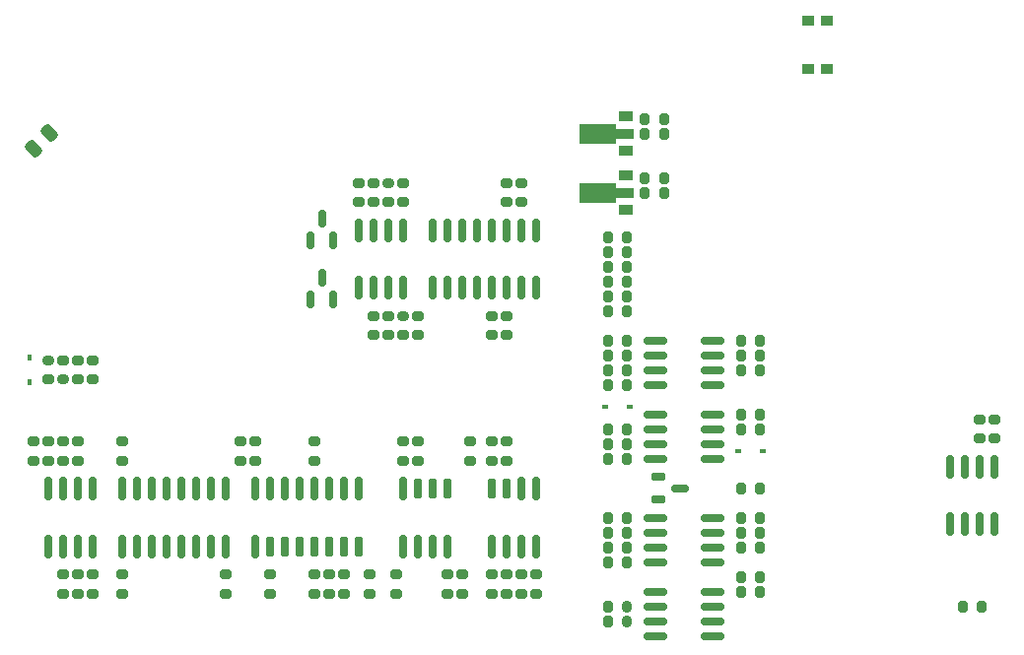
<source format=gbr>
%TF.GenerationSoftware,KiCad,Pcbnew,(6.0.0)*%
%TF.CreationDate,2022-07-12T00:59:49+05:30*%
%TF.ProjectId,Multislope 3I,4d756c74-6973-46c6-9f70-652033492e6b,rev?*%
%TF.SameCoordinates,Original*%
%TF.FileFunction,Paste,Top*%
%TF.FilePolarity,Positive*%
%FSLAX46Y46*%
G04 Gerber Fmt 4.6, Leading zero omitted, Abs format (unit mm)*
G04 Created by KiCad (PCBNEW (6.0.0)) date 2022-07-12 00:59:49*
%MOMM*%
%LPD*%
G01*
G04 APERTURE LIST*
G04 Aperture macros list*
%AMRoundRect*
0 Rectangle with rounded corners*
0 $1 Rounding radius*
0 $2 $3 $4 $5 $6 $7 $8 $9 X,Y pos of 4 corners*
0 Add a 4 corners polygon primitive as box body*
4,1,4,$2,$3,$4,$5,$6,$7,$8,$9,$2,$3,0*
0 Add four circle primitives for the rounded corners*
1,1,$1+$1,$2,$3*
1,1,$1+$1,$4,$5*
1,1,$1+$1,$6,$7*
1,1,$1+$1,$8,$9*
0 Add four rect primitives between the rounded corners*
20,1,$1+$1,$2,$3,$4,$5,0*
20,1,$1+$1,$4,$5,$6,$7,0*
20,1,$1+$1,$6,$7,$8,$9,0*
20,1,$1+$1,$8,$9,$2,$3,0*%
%AMFreePoly0*
4,1,9,3.862500,-0.866500,0.737500,-0.866500,0.737500,-0.450000,-0.737500,-0.450000,-0.737500,0.450000,0.737500,0.450000,0.737500,0.866500,3.862500,0.866500,3.862500,-0.866500,3.862500,-0.866500,$1*%
G04 Aperture macros list end*
%ADD10RoundRect,0.200000X0.275000X-0.200000X0.275000X0.200000X-0.275000X0.200000X-0.275000X-0.200000X0*%
%ADD11R,0.450000X0.600000*%
%ADD12RoundRect,0.200000X0.200000X0.275000X-0.200000X0.275000X-0.200000X-0.275000X0.200000X-0.275000X0*%
%ADD13RoundRect,0.200000X0.275000X0.200000X-0.275000X0.200000X-0.275000X-0.200000X0.275000X-0.200000X0*%
%ADD14RoundRect,0.251969X0.223031X0.148031X-0.223031X0.148031X-0.223031X-0.148031X0.223031X-0.148031X0*%
%ADD15RoundRect,0.200000X-0.200000X-0.275000X0.200000X-0.275000X0.200000X0.275000X-0.200000X0.275000X0*%
%ADD16RoundRect,0.150000X0.150000X-0.825000X0.150000X0.825000X-0.150000X0.825000X-0.150000X-0.825000X0*%
%ADD17RoundRect,0.200000X-0.275000X0.200000X-0.275000X-0.200000X0.275000X-0.200000X0.275000X0.200000X0*%
%ADD18RoundRect,0.200000X-0.200000X0.275000X-0.200000X-0.275000X0.200000X-0.275000X0.200000X0.275000X0*%
%ADD19RoundRect,0.251969X-0.148031X0.223031X-0.148031X-0.223031X0.148031X-0.223031X0.148031X0.223031X0*%
%ADD20RoundRect,0.200000X-0.275000X-0.200000X0.275000X-0.200000X0.275000X0.200000X-0.275000X0.200000X0*%
%ADD21RoundRect,0.251969X-0.223031X-0.148031X0.223031X-0.148031X0.223031X0.148031X-0.223031X0.148031X0*%
%ADD22RoundRect,0.150000X0.150000X-0.725000X0.150000X0.725000X-0.150000X0.725000X-0.150000X-0.725000X0*%
%ADD23R,0.600000X0.450000*%
%ADD24RoundRect,0.150000X-0.150000X0.825000X-0.150000X-0.825000X0.150000X-0.825000X0.150000X0.825000X0*%
%ADD25RoundRect,0.150000X-0.150000X0.725000X-0.150000X-0.725000X0.150000X-0.725000X0.150000X0.725000X0*%
%ADD26RoundRect,0.250000X-0.159099X0.512652X-0.512652X0.159099X0.159099X-0.512652X0.512652X-0.159099X0*%
%ADD27R,1.000000X0.900000*%
%ADD28RoundRect,0.150000X0.150000X-0.587500X0.150000X0.587500X-0.150000X0.587500X-0.150000X-0.587500X0*%
%ADD29RoundRect,0.150000X-0.825000X-0.150000X0.825000X-0.150000X0.825000X0.150000X-0.825000X0.150000X0*%
%ADD30R,1.300000X0.900000*%
%ADD31FreePoly0,180.000000*%
%ADD32RoundRect,0.150000X-0.475000X-0.150000X0.475000X-0.150000X0.475000X0.150000X-0.475000X0.150000X0*%
%ADD33RoundRect,0.150000X-0.587500X-0.150000X0.587500X-0.150000X0.587500X0.150000X-0.587500X0.150000X0*%
G04 APERTURE END LIST*
D10*
%TO.C,R43*%
X97155000Y-106235000D03*
X97155000Y-104585000D03*
%TD*%
D11*
%TO.C,D3*%
X96837500Y-97375000D03*
X96837500Y-99475000D03*
%TD*%
D12*
%TO.C,C26*%
X178625000Y-118745000D03*
X176975000Y-118745000D03*
%TD*%
D13*
%TO.C,R7*%
X99695000Y-97600000D03*
D14*
X99695000Y-99250000D03*
%TD*%
D12*
%TO.C,R47*%
X159575000Y-113665000D03*
X157925000Y-113665000D03*
%TD*%
D15*
%TO.C,R29*%
X146495000Y-93345000D03*
X148145000Y-93345000D03*
%TD*%
D16*
%TO.C,RN1*%
X104775000Y-113600000D03*
X106045000Y-113600000D03*
X107315000Y-113600000D03*
X108585000Y-113600000D03*
X109855000Y-113600000D03*
X111125000Y-113600000D03*
X112395000Y-113600000D03*
X113665000Y-113600000D03*
X113665000Y-108650000D03*
X112395000Y-108650000D03*
X111125000Y-108650000D03*
X109855000Y-108650000D03*
X108585000Y-108650000D03*
X107315000Y-108650000D03*
X106045000Y-108650000D03*
X104775000Y-108650000D03*
%TD*%
D10*
%TO.C,C5*%
X139065000Y-117665000D03*
X139065000Y-116015000D03*
%TD*%
D15*
%TO.C,R38*%
X146495000Y-104775000D03*
X148145000Y-104775000D03*
%TD*%
D17*
%TO.C,R21*%
X126365000Y-82360000D03*
X126365000Y-84010000D03*
%TD*%
D12*
%TO.C,C21*%
X148145000Y-114935000D03*
X146495000Y-114935000D03*
%TD*%
D17*
%TO.C,R24*%
X127635000Y-93790000D03*
X127635000Y-95440000D03*
%TD*%
%TO.C,C1*%
X98425000Y-104585000D03*
X98425000Y-106235000D03*
%TD*%
D18*
%TO.C,R41*%
X146495000Y-118745000D03*
D19*
X148145000Y-118745000D03*
%TD*%
D10*
%TO.C,R22*%
X125095000Y-84010000D03*
X125095000Y-82360000D03*
%TD*%
D15*
%TO.C,R34*%
X146495000Y-95885000D03*
X148145000Y-95885000D03*
%TD*%
D17*
%TO.C,R4*%
X113665000Y-116015000D03*
X113665000Y-117665000D03*
%TD*%
D15*
%TO.C,R44*%
X146495000Y-112395000D03*
X148145000Y-112395000D03*
%TD*%
D17*
%TO.C,R12*%
X140335000Y-116015000D03*
X140335000Y-117665000D03*
%TD*%
%TO.C,FB4*%
X117475000Y-116015000D03*
X117475000Y-117665000D03*
%TD*%
%TO.C,R16*%
X126047500Y-116015000D03*
X126047500Y-117665000D03*
%TD*%
%TO.C,C17*%
X130175000Y-93790000D03*
X130175000Y-95440000D03*
%TD*%
%TO.C,R17*%
X137795000Y-116015000D03*
X137795000Y-117665000D03*
%TD*%
D10*
%TO.C,R2*%
X99695000Y-106235000D03*
X99695000Y-104585000D03*
%TD*%
D12*
%TO.C,C14*%
X159575000Y-95885000D03*
X157925000Y-95885000D03*
%TD*%
D10*
%TO.C,C12*%
X137795000Y-84010000D03*
X137795000Y-82360000D03*
%TD*%
D20*
%TO.C,R20*%
X128905000Y-95440000D03*
D21*
X128905000Y-93790000D03*
%TD*%
D10*
%TO.C,C11*%
X136525000Y-95440000D03*
X136525000Y-93790000D03*
%TD*%
D16*
%TO.C,U3*%
X116205000Y-113600000D03*
D22*
X117475000Y-113600000D03*
X118745000Y-113600000D03*
X120015000Y-113600000D03*
X121285000Y-113600000D03*
X122555000Y-113600000D03*
X123825000Y-113600000D03*
X125095000Y-113600000D03*
D16*
X125095000Y-108650000D03*
X123825000Y-108650000D03*
X122555000Y-108650000D03*
X121285000Y-108650000D03*
X120015000Y-108650000D03*
X118745000Y-108650000D03*
X117475000Y-108650000D03*
X116205000Y-108650000D03*
%TD*%
D17*
%TO.C,R8*%
X100965000Y-104585000D03*
X100965000Y-106235000D03*
%TD*%
%TO.C,C4*%
X102235000Y-116015000D03*
X102235000Y-117665000D03*
%TD*%
%TO.C,C7*%
X130175000Y-104585000D03*
X130175000Y-106235000D03*
%TD*%
%TO.C,R26*%
X139065000Y-82360000D03*
X139065000Y-84010000D03*
%TD*%
D15*
%TO.C,R28*%
X146495000Y-92075000D03*
X148145000Y-92075000D03*
%TD*%
%TO.C,R31*%
X146495000Y-89535000D03*
X148145000Y-89535000D03*
%TD*%
%TO.C,R30*%
X146495000Y-86995000D03*
X148145000Y-86995000D03*
%TD*%
D10*
%TO.C,R5*%
X100965000Y-99250000D03*
X100965000Y-97600000D03*
%TD*%
D23*
%TO.C,D2*%
X157700000Y-105410000D03*
X159800000Y-105410000D03*
%TD*%
D17*
%TO.C,FB2*%
X121285000Y-116015000D03*
X121285000Y-117665000D03*
%TD*%
D24*
%TO.C,U4*%
X140335000Y-108650000D03*
X139065000Y-108650000D03*
D25*
X137795000Y-108650000D03*
X136525000Y-108650000D03*
D24*
X136525000Y-113600000D03*
X137795000Y-113600000D03*
X139065000Y-113600000D03*
X140335000Y-113600000D03*
%TD*%
D17*
%TO.C,C25*%
X179705000Y-102680000D03*
X179705000Y-104330000D03*
%TD*%
D26*
%TO.C,C24*%
X98461751Y-78068249D03*
X97118249Y-79411751D03*
%TD*%
D17*
%TO.C,C8*%
X132715000Y-116015000D03*
X132715000Y-117665000D03*
%TD*%
D27*
%TO.C,SW1*%
X163665000Y-68435000D03*
X163665000Y-72535000D03*
X165265000Y-68435000D03*
X165265000Y-72535000D03*
%TD*%
D10*
%TO.C,C6*%
X136525000Y-106235000D03*
X136525000Y-104585000D03*
%TD*%
D12*
%TO.C,C20*%
X159575000Y-112395000D03*
X157925000Y-112395000D03*
%TD*%
D15*
%TO.C,R36*%
X146495000Y-103505000D03*
X148145000Y-103505000D03*
%TD*%
D17*
%TO.C,R13*%
X137795000Y-104585000D03*
X137795000Y-106235000D03*
%TD*%
D15*
%TO.C,R9*%
X157925000Y-97155000D03*
X159575000Y-97155000D03*
%TD*%
D28*
%TO.C,U7*%
X120970000Y-87297500D03*
X122870000Y-87297500D03*
X121920000Y-85422500D03*
%TD*%
D16*
%TO.C,U6*%
X125095000Y-91375000D03*
X126365000Y-91375000D03*
X127635000Y-91375000D03*
X128905000Y-91375000D03*
X128905000Y-86425000D03*
X127635000Y-86425000D03*
X126365000Y-86425000D03*
X125095000Y-86425000D03*
%TD*%
D17*
%TO.C,C13*%
X116205000Y-104585000D03*
X116205000Y-106235000D03*
%TD*%
D10*
%TO.C,R49*%
X178435000Y-104330000D03*
X178435000Y-102680000D03*
%TD*%
D15*
%TO.C,R37*%
X157925000Y-102235000D03*
X159575000Y-102235000D03*
%TD*%
D24*
%TO.C,U9*%
X140335000Y-86425000D03*
X139065000Y-86425000D03*
X137795000Y-86425000D03*
X136525000Y-86425000D03*
X135255000Y-86425000D03*
X133985000Y-86425000D03*
X132715000Y-86425000D03*
X131445000Y-86425000D03*
X131445000Y-91375000D03*
X132715000Y-91375000D03*
X133985000Y-91375000D03*
X135255000Y-91375000D03*
X136525000Y-91375000D03*
X137795000Y-91375000D03*
X139065000Y-91375000D03*
X140335000Y-91375000D03*
%TD*%
D15*
%TO.C,R40*%
X146495000Y-113665000D03*
X148145000Y-113665000D03*
%TD*%
%TO.C,R39*%
X157925000Y-111125000D03*
X159575000Y-111125000D03*
%TD*%
%TO.C,R32*%
X146495000Y-88265000D03*
X148145000Y-88265000D03*
%TD*%
%TO.C,R45*%
X146495000Y-111125000D03*
X148145000Y-111125000D03*
%TD*%
D29*
%TO.C,U15*%
X150560000Y-117475000D03*
X150560000Y-118745000D03*
X150560000Y-120015000D03*
X150560000Y-121285000D03*
X155510000Y-121285000D03*
X155510000Y-120015000D03*
X155510000Y-118745000D03*
X155510000Y-117475000D03*
%TD*%
D10*
%TO.C,C2*%
X102235000Y-99250000D03*
X102235000Y-97600000D03*
%TD*%
%TO.C,R18*%
X136525000Y-117665000D03*
X136525000Y-116015000D03*
%TD*%
D18*
%TO.C,R42*%
X146495000Y-120015000D03*
D19*
X148145000Y-120015000D03*
%TD*%
D15*
%TO.C,C22*%
X149670000Y-78105000D03*
X151320000Y-78105000D03*
%TD*%
D10*
%TO.C,R15*%
X133985000Y-117665000D03*
X133985000Y-116015000D03*
%TD*%
D29*
%TO.C,U10*%
X150560000Y-95885000D03*
X150560000Y-97155000D03*
X150560000Y-98425000D03*
X150560000Y-99695000D03*
X155510000Y-99695000D03*
X155510000Y-98425000D03*
X155510000Y-97155000D03*
X155510000Y-95885000D03*
%TD*%
D10*
%TO.C,R11*%
X100965000Y-117665000D03*
X100965000Y-116015000D03*
%TD*%
D16*
%TO.C,U5*%
X128905000Y-113600000D03*
X130175000Y-113600000D03*
X131445000Y-113600000D03*
X132715000Y-113600000D03*
D22*
X132715000Y-108650000D03*
X131445000Y-108650000D03*
X130175000Y-108650000D03*
D16*
X128905000Y-108650000D03*
%TD*%
D17*
%TO.C,C16*%
X128905000Y-82360000D03*
X128905000Y-84010000D03*
%TD*%
D15*
%TO.C,R10*%
X146495000Y-98425000D03*
X148145000Y-98425000D03*
%TD*%
D16*
%TO.C,U1*%
X98425000Y-113600000D03*
X99695000Y-113600000D03*
X100965000Y-113600000D03*
X102235000Y-113600000D03*
X102235000Y-108650000D03*
X100965000Y-108650000D03*
X99695000Y-108650000D03*
X98425000Y-108650000D03*
%TD*%
D12*
%TO.C,C15*%
X148145000Y-99695000D03*
X146495000Y-99695000D03*
%TD*%
D15*
%TO.C,C27*%
X149670000Y-76835000D03*
X151320000Y-76835000D03*
%TD*%
D17*
%TO.C,FB1*%
X123825000Y-116015000D03*
X123825000Y-117665000D03*
%TD*%
D15*
%TO.C,R48*%
X157925000Y-116205000D03*
X159575000Y-116205000D03*
%TD*%
D29*
%TO.C,U11*%
X150560000Y-102235000D03*
X150560000Y-103505000D03*
X150560000Y-104775000D03*
X150560000Y-106045000D03*
X155510000Y-106045000D03*
X155510000Y-104775000D03*
X155510000Y-103505000D03*
X155510000Y-102235000D03*
%TD*%
D17*
%TO.C,R25*%
X137795000Y-93790000D03*
X137795000Y-95440000D03*
%TD*%
D10*
%TO.C,FB3*%
X128270000Y-117665000D03*
X128270000Y-116015000D03*
%TD*%
D24*
%TO.C,U18*%
X179705000Y-106745000D03*
X178435000Y-106745000D03*
X177165000Y-106745000D03*
X175895000Y-106745000D03*
X175895000Y-111695000D03*
X177165000Y-111695000D03*
X178435000Y-111695000D03*
X179705000Y-111695000D03*
%TD*%
D10*
%TO.C,R1*%
X104775000Y-106235000D03*
X104775000Y-104585000D03*
%TD*%
D15*
%TO.C,R27*%
X146495000Y-90805000D03*
X148145000Y-90805000D03*
%TD*%
%TO.C,R35*%
X157925000Y-98425000D03*
X159575000Y-98425000D03*
%TD*%
D17*
%TO.C,C30*%
X99695000Y-116015000D03*
X99695000Y-117665000D03*
%TD*%
D10*
%TO.C,FB5*%
X121285000Y-106235000D03*
X121285000Y-104585000D03*
%TD*%
%TO.C,R14*%
X128905000Y-106235000D03*
X128905000Y-104585000D03*
%TD*%
%TO.C,C10*%
X134620000Y-106235000D03*
X134620000Y-104585000D03*
%TD*%
D15*
%TO.C,R33*%
X146495000Y-97155000D03*
X148145000Y-97155000D03*
%TD*%
D10*
%TO.C,R23*%
X126365000Y-95440000D03*
X126365000Y-93790000D03*
%TD*%
D28*
%TO.C,U8*%
X120970000Y-92377500D03*
X122870000Y-92377500D03*
X121920000Y-90502500D03*
%TD*%
D29*
%TO.C,U12*%
X150560000Y-111125000D03*
X150560000Y-112395000D03*
X150560000Y-113665000D03*
X150560000Y-114935000D03*
X155510000Y-114935000D03*
X155510000Y-113665000D03*
X155510000Y-112395000D03*
X155510000Y-111125000D03*
%TD*%
D10*
%TO.C,R3*%
X114935000Y-106235000D03*
X114935000Y-104585000D03*
%TD*%
D23*
%TO.C,D1*%
X146270000Y-101600000D03*
X148370000Y-101600000D03*
%TD*%
D30*
%TO.C,U21*%
X148042500Y-84685000D03*
D31*
X147955000Y-83185000D03*
D30*
X148042500Y-81685000D03*
%TD*%
D32*
%TO.C,U14*%
X150827500Y-107635000D03*
X150827500Y-109535000D03*
D33*
X152702500Y-108585000D03*
%TD*%
D20*
%TO.C,R6*%
X98425000Y-99250000D03*
D21*
X98425000Y-97600000D03*
%TD*%
D17*
%TO.C,C9*%
X122555000Y-116015000D03*
X122555000Y-117665000D03*
%TD*%
D15*
%TO.C,C28*%
X149670000Y-83185000D03*
X151320000Y-83185000D03*
%TD*%
%TO.C,R46*%
X157925000Y-108585000D03*
X159575000Y-108585000D03*
%TD*%
D30*
%TO.C,U20*%
X148042500Y-79605000D03*
D31*
X147955000Y-78105000D03*
D30*
X148042500Y-76605000D03*
%TD*%
D12*
%TO.C,C19*%
X148145000Y-106045000D03*
X146495000Y-106045000D03*
%TD*%
%TO.C,C23*%
X159575000Y-117475000D03*
X157925000Y-117475000D03*
%TD*%
D20*
%TO.C,R19*%
X127635000Y-84010000D03*
D21*
X127635000Y-82360000D03*
%TD*%
D12*
%TO.C,C18*%
X159575000Y-103505000D03*
X157925000Y-103505000D03*
%TD*%
D17*
%TO.C,C3*%
X104775000Y-116015000D03*
X104775000Y-117665000D03*
%TD*%
D15*
%TO.C,C29*%
X149670000Y-81915000D03*
X151320000Y-81915000D03*
%TD*%
M02*

</source>
